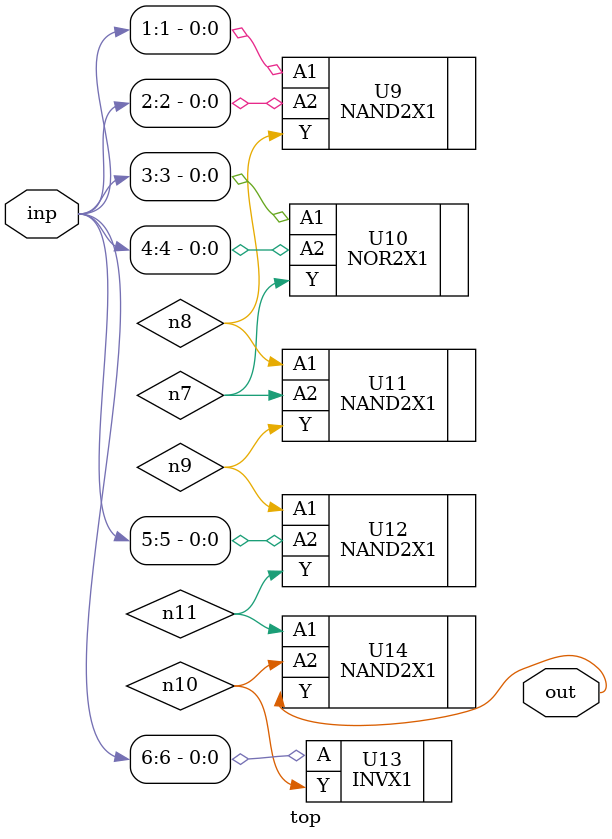
<source format=sv>


module top ( inp, out );
  input [6:0] inp;
  output out;
  wire   n7, n8, n9, n10, n11;

  NAND2X1 U9 ( .A1(inp[1]), .A2(inp[2]), .Y(n8) );
  NOR2X1 U10 ( .A1(inp[3]), .A2(inp[4]), .Y(n7) );
  NAND2X1 U11 ( .A1(n8), .A2(n7), .Y(n9) );
  NAND2X1 U12 ( .A1(n9), .A2(inp[5]), .Y(n11) );
  INVX1 U13 ( .A(inp[6]), .Y(n10) );
  NAND2X1 U14 ( .A1(n11), .A2(n10), .Y(out) );
endmodule


</source>
